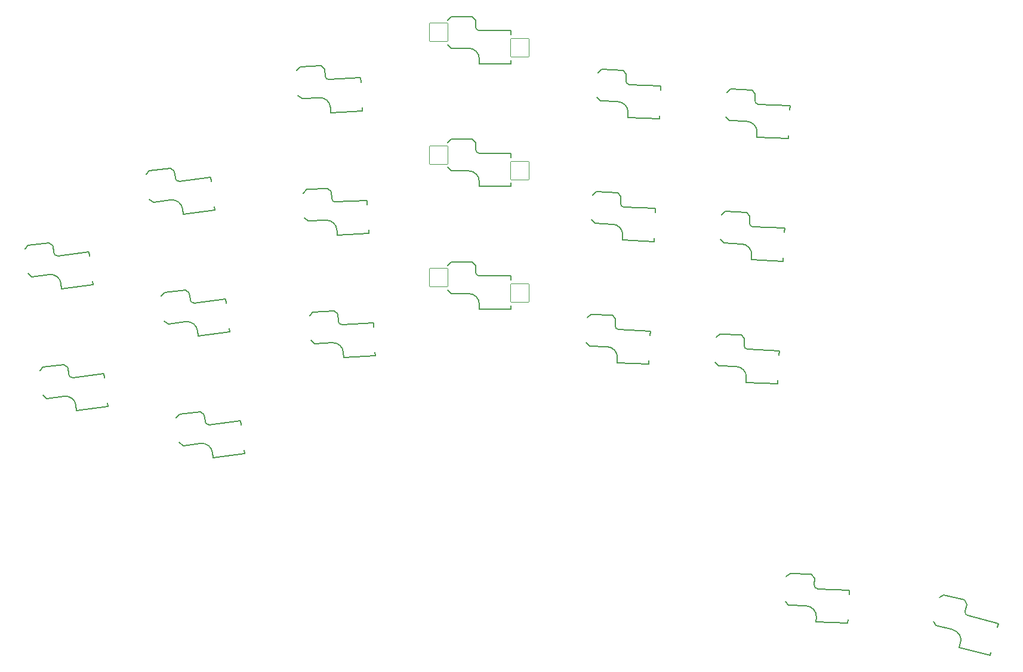
<source format=gbo>
G04 #@! TF.GenerationSoftware,KiCad,Pcbnew,8.0.5-dirty*
G04 #@! TF.CreationDate,2024-10-14T15:47:29+03:00*
G04 #@! TF.ProjectId,Kivipallur_left,4b697669-7061-46c6-9c75-725f6c656674,1*
G04 #@! TF.SameCoordinates,Original*
G04 #@! TF.FileFunction,Legend,Bot*
G04 #@! TF.FilePolarity,Positive*
%FSLAX46Y46*%
G04 Gerber Fmt 4.6, Leading zero omitted, Abs format (unit mm)*
G04 Created by KiCad (PCBNEW 8.0.5-dirty) date 2024-10-14 15:47:29*
%MOMM*%
%LPD*%
G01*
G04 APERTURE LIST*
G04 Aperture macros list*
%AMRoundRect*
0 Rectangle with rounded corners*
0 $1 Rounding radius*
0 $2 $3 $4 $5 $6 $7 $8 $9 X,Y pos of 4 corners*
0 Add a 4 corners polygon primitive as box body*
4,1,4,$2,$3,$4,$5,$6,$7,$8,$9,$2,$3,0*
0 Add four circle primitives for the rounded corners*
1,1,$1+$1,$2,$3*
1,1,$1+$1,$4,$5*
1,1,$1+$1,$6,$7*
1,1,$1+$1,$8,$9*
0 Add four rect primitives between the rounded corners*
20,1,$1+$1,$2,$3,$4,$5,0*
20,1,$1+$1,$4,$5,$6,$7,0*
20,1,$1+$1,$6,$7,$8,$9,0*
20,1,$1+$1,$8,$9,$2,$3,0*%
%AMHorizOval*
0 Thick line with rounded ends*
0 $1 width*
0 $2 $3 position (X,Y) of the first rounded end (center of the circle)*
0 $4 $5 position (X,Y) of the second rounded end (center of the circle)*
0 Add line between two ends*
20,1,$1,$2,$3,$4,$5,0*
0 Add two circle primitives to create the rounded ends*
1,1,$1,$2,$3*
1,1,$1,$4,$5*%
G04 Aperture macros list end*
%ADD10C,0.150000*%
%ADD11C,4.500000*%
%ADD12C,1.801800*%
%ADD13C,3.100000*%
%ADD14C,3.529000*%
%ADD15RoundRect,0.050000X-1.355468X-1.242057X1.242057X-1.355468X1.355468X1.242057X-1.242057X1.355468X0*%
%ADD16C,2.132000*%
%ADD17RoundRect,0.050000X-1.230182X-1.366255X1.366255X-1.230182X1.230182X1.366255X-1.366255X1.230182X0*%
%ADD18RoundRect,0.050000X-1.131880X-1.448740X1.448740X-1.131880X1.131880X1.448740X-1.448740X1.131880X0*%
%ADD19C,0.900000*%
%ADD20HorizOval,1.700000X-0.008724X-0.199810X0.008724X0.199810X0*%
%ADD21C,1.900000*%
%ADD22RoundRect,0.475000X-0.495267X-0.453829X0.453829X-0.495267X0.495267X0.453829X-0.453829X0.495267X0*%
%ADD23RoundRect,0.050000X-1.584086X-0.933098X0.933098X-1.584086X1.584086X0.933098X-0.933098X1.584086X0*%
%ADD24RoundRect,0.050000X-1.300000X-1.300000X1.300000X-1.300000X1.300000X1.300000X-1.300000X1.300000X0*%
G04 APERTURE END LIST*
D10*
X148112200Y-86239959D02*
X148589914Y-86761292D01*
X148264868Y-82743290D02*
X148786202Y-82265576D01*
X148589914Y-86761292D02*
X151087535Y-86870341D01*
X148786202Y-82265576D02*
X151783346Y-82396434D01*
X151783346Y-82396434D02*
X152261061Y-82917767D01*
X152217441Y-83916816D02*
X152261061Y-82917767D01*
X152490145Y-89133676D02*
X156985862Y-89329963D01*
X152520678Y-88434342D02*
X152490145Y-89133676D01*
X156985862Y-89329963D02*
X157007671Y-88830439D01*
X157164701Y-85233866D02*
X157190873Y-84634437D01*
X157190873Y-84634437D02*
X152695156Y-84438146D01*
X151087535Y-86870341D02*
G75*
G02*
X152520678Y-88434342I-65429J-1498572D01*
G01*
X152695156Y-84438146D02*
G75*
G02*
X152217444Y-83916816I21809J499521D01*
G01*
X149630155Y-51473081D02*
X150107869Y-51994414D01*
X149782823Y-47976412D02*
X150304157Y-47498698D01*
X150107869Y-51994414D02*
X152605490Y-52103463D01*
X150304157Y-47498698D02*
X153301301Y-47629556D01*
X153301301Y-47629556D02*
X153779016Y-48150889D01*
X153735396Y-49149938D02*
X153779016Y-48150889D01*
X154008100Y-54366798D02*
X158503817Y-54563085D01*
X154038633Y-53667464D02*
X154008100Y-54366798D01*
X158503817Y-54563085D02*
X158525626Y-54063561D01*
X158682656Y-50466988D02*
X158708828Y-49867559D01*
X158708828Y-49867559D02*
X154213111Y-49671268D01*
X152605490Y-52103463D02*
G75*
G02*
X154038633Y-53667464I-65429J-1498572D01*
G01*
X154213111Y-49671268D02*
G75*
G02*
X153735399Y-49149938I21809J499521D01*
G01*
X148871178Y-68856520D02*
X149348892Y-69377853D01*
X149023846Y-65359851D02*
X149545180Y-64882137D01*
X149348892Y-69377853D02*
X151846513Y-69486902D01*
X149545180Y-64882137D02*
X152542324Y-65012995D01*
X152542324Y-65012995D02*
X153020039Y-65534328D01*
X152976419Y-66533377D02*
X153020039Y-65534328D01*
X153249123Y-71750237D02*
X157744840Y-71946524D01*
X153279656Y-71050903D02*
X153249123Y-71750237D01*
X157744840Y-71946524D02*
X157766649Y-71447000D01*
X157923679Y-67850427D02*
X157949851Y-67250998D01*
X157949851Y-67250998D02*
X153454134Y-67054707D01*
X151846513Y-69486902D02*
G75*
G02*
X153279656Y-71050903I-65429J-1498572D01*
G01*
X153454134Y-67054707D02*
G75*
G02*
X152976422Y-66533377I21809J499521D01*
G01*
X107956944Y-65074599D02*
X108430091Y-64549117D01*
X108140120Y-68569803D02*
X108665603Y-69042950D01*
X108430091Y-64549117D02*
X111425979Y-64392109D01*
X108665603Y-69042950D02*
X111162174Y-68912110D01*
X111425979Y-64392109D02*
X111951462Y-64865256D01*
X112003798Y-65863885D02*
X111951462Y-64865256D01*
X112738625Y-70331550D02*
X112775260Y-71030591D01*
X112775260Y-71030591D02*
X117269093Y-70795079D01*
X117023114Y-66101520D02*
X112529281Y-66337032D01*
X117054515Y-66700698D02*
X117023114Y-66101520D01*
X117269093Y-70795079D02*
X117242925Y-70295764D01*
X111162174Y-68912110D02*
G75*
G02*
X112738624Y-70331550I78506J-1497944D01*
G01*
X112529281Y-66337032D02*
G75*
G02*
X112003798Y-65863885I-26168J499315D01*
G01*
X68475658Y-73023780D02*
X68910996Y-72466573D01*
X68902200Y-76497692D02*
X69459408Y-76933030D01*
X68910996Y-72466573D02*
X71888635Y-72100966D01*
X69459408Y-76933030D02*
X71940774Y-76628357D01*
X71888635Y-72100966D02*
X72445842Y-72536303D01*
X72567712Y-73528849D02*
X72445842Y-72536303D01*
X73612397Y-77934372D02*
X73697705Y-78629154D01*
X73697705Y-78629154D02*
X78164163Y-78080742D01*
X77591377Y-73415775D02*
X73124918Y-73964188D01*
X77664499Y-74011303D02*
X77591377Y-73415775D01*
X78164163Y-78080742D02*
X78103228Y-77584469D01*
X71940774Y-76628357D02*
G75*
G02*
X73612397Y-77934372I182804J-1488819D01*
G01*
X73124918Y-73964188D02*
G75*
G02*
X72567711Y-73528849I-60933J496274D01*
G01*
X167166426Y-71657213D02*
X167644140Y-72178546D01*
X167319094Y-68160544D02*
X167840428Y-67682830D01*
X167644140Y-72178546D02*
X170141761Y-72287595D01*
X167840428Y-67682830D02*
X170837572Y-67813688D01*
X170837572Y-67813688D02*
X171315287Y-68335021D01*
X171271667Y-69334070D02*
X171315287Y-68335021D01*
X171544371Y-74550930D02*
X176040088Y-74747217D01*
X171574904Y-73851596D02*
X171544371Y-74550930D01*
X176040088Y-74747217D02*
X176061897Y-74247693D01*
X176218927Y-70651120D02*
X176245099Y-70051691D01*
X176245099Y-70051691D02*
X171749382Y-69855400D01*
X170141761Y-72287595D02*
G75*
G02*
X171574904Y-73851596I-65429J-1498572D01*
G01*
X171749382Y-69855400D02*
G75*
G02*
X171271670Y-69334070I21809J499521D01*
G01*
X176335349Y-123006029D02*
X176813063Y-123527362D01*
X176488017Y-119509360D02*
X177009351Y-119031646D01*
X176813063Y-123527362D02*
X179310684Y-123636411D01*
X177009351Y-119031646D02*
X180006495Y-119162504D01*
X180006495Y-119162504D02*
X180484210Y-119683837D01*
X180440590Y-120682886D02*
X180484210Y-119683837D01*
X180713294Y-125899746D02*
X185209011Y-126096033D01*
X180743827Y-125200412D02*
X180713294Y-125899746D01*
X185209011Y-126096033D02*
X185230820Y-125596509D01*
X185387850Y-121999936D02*
X185414022Y-121400507D01*
X185414022Y-121400507D02*
X180918305Y-121204216D01*
X179310684Y-123636411D02*
G75*
G02*
X180743827Y-125200412I-65429J-1498572D01*
G01*
X180918305Y-121204216D02*
G75*
G02*
X180440593Y-120682886I21809J499521D01*
G01*
X70596185Y-90294083D02*
X71031523Y-89736876D01*
X71022727Y-93767995D02*
X71579935Y-94203333D01*
X71031523Y-89736876D02*
X74009162Y-89371269D01*
X71579935Y-94203333D02*
X74061301Y-93898660D01*
X74009162Y-89371269D02*
X74566369Y-89806606D01*
X74688239Y-90799152D02*
X74566369Y-89806606D01*
X75732924Y-95204675D02*
X75818232Y-95899457D01*
X75818232Y-95899457D02*
X80284690Y-95351045D01*
X79711904Y-90686078D02*
X75245445Y-91234491D01*
X79785026Y-91281606D02*
X79711904Y-90686078D01*
X80284690Y-95351045D02*
X80223755Y-94854772D01*
X74061301Y-93898660D02*
G75*
G02*
X75732924Y-95204675I182804J-1488819D01*
G01*
X75245445Y-91234491D02*
G75*
G02*
X74688238Y-90799152I-60933J496274D01*
G01*
X107046298Y-47698445D02*
X107519445Y-47172963D01*
X107229474Y-51193649D02*
X107754957Y-51666796D01*
X107519445Y-47172963D02*
X110515333Y-47015955D01*
X107754957Y-51666796D02*
X110251528Y-51535956D01*
X110515333Y-47015955D02*
X111040816Y-47489102D01*
X111093152Y-48487731D02*
X111040816Y-47489102D01*
X111827979Y-52955396D02*
X111864614Y-53654437D01*
X111864614Y-53654437D02*
X116358447Y-53418925D01*
X116112468Y-48725366D02*
X111618635Y-48960878D01*
X116143869Y-49324544D02*
X116112468Y-48725366D01*
X116358447Y-53418925D02*
X116332279Y-52919610D01*
X110251528Y-51535956D02*
G75*
G02*
X111827978Y-52955396I78506J-1497944D01*
G01*
X111618635Y-48960878D02*
G75*
G02*
X111093152Y-48487731I-26168J499315D01*
G01*
X85714805Y-62443996D02*
X86150143Y-61886789D01*
X86141347Y-65917908D02*
X86698555Y-66353246D01*
X86150143Y-61886789D02*
X89127782Y-61521182D01*
X86698555Y-66353246D02*
X89179921Y-66048573D01*
X89127782Y-61521182D02*
X89684989Y-61956519D01*
X89806859Y-62949065D02*
X89684989Y-61956519D01*
X90851544Y-67354588D02*
X90936852Y-68049370D01*
X90936852Y-68049370D02*
X95403310Y-67500958D01*
X94830524Y-62835991D02*
X90364065Y-63384404D01*
X94903646Y-63431519D02*
X94830524Y-62835991D01*
X95403310Y-67500958D02*
X95342375Y-67004685D01*
X89179921Y-66048573D02*
G75*
G02*
X90851544Y-67354588I182804J-1488819D01*
G01*
X90364065Y-63384404D02*
G75*
G02*
X89806858Y-62949065I-60933J496274D01*
G01*
X166407449Y-89040652D02*
X166885163Y-89561985D01*
X166560117Y-85543983D02*
X167081451Y-85066269D01*
X166885163Y-89561985D02*
X169382784Y-89671034D01*
X167081451Y-85066269D02*
X170078595Y-85197127D01*
X170078595Y-85197127D02*
X170556310Y-85718460D01*
X170512690Y-86717509D02*
X170556310Y-85718460D01*
X170785394Y-91934369D02*
X175281111Y-92130656D01*
X170815927Y-91235035D02*
X170785394Y-91934369D01*
X175281111Y-92130656D02*
X175302920Y-91631132D01*
X175459950Y-88034559D02*
X175486122Y-87435130D01*
X175486122Y-87435130D02*
X170990405Y-87238839D01*
X169382784Y-89671034D02*
G75*
G02*
X170815927Y-91235035I-65429J-1498572D01*
G01*
X170990405Y-87238839D02*
G75*
G02*
X170512693Y-86717509I21809J499521D01*
G01*
X87835332Y-79714299D02*
X88270670Y-79157092D01*
X88261874Y-83188211D02*
X88819082Y-83623549D01*
X88270670Y-79157092D02*
X91248309Y-78791485D01*
X88819082Y-83623549D02*
X91300448Y-83318876D01*
X91248309Y-78791485D02*
X91805516Y-79226822D01*
X91927386Y-80219368D02*
X91805516Y-79226822D01*
X92972071Y-84624891D02*
X93057379Y-85319673D01*
X93057379Y-85319673D02*
X97523837Y-84771261D01*
X96951051Y-80106294D02*
X92484592Y-80654707D01*
X97024173Y-80701822D02*
X96951051Y-80106294D01*
X97523837Y-84771261D02*
X97462902Y-84274988D01*
X91300448Y-83318876D02*
G75*
G02*
X92972071Y-84624891I182804J-1488819D01*
G01*
X92484592Y-80654707D02*
G75*
G02*
X91927385Y-80219368I-60933J496274D01*
G01*
X197350357Y-125801308D02*
X197709242Y-126410572D01*
X197709242Y-126410572D02*
X200129610Y-127036522D01*
X198226687Y-122412791D02*
X198835951Y-122053907D01*
X198835951Y-122053907D02*
X201740393Y-122805047D01*
X201030995Y-129542017D02*
X205387659Y-130668729D01*
X201206261Y-128864313D02*
X201030995Y-129542017D01*
X201740393Y-122805047D02*
X202099277Y-123414311D01*
X201848897Y-124382459D02*
X202099277Y-123414311D01*
X205387659Y-130668729D02*
X205512849Y-130184653D01*
X206414218Y-126699321D02*
X206564446Y-126118433D01*
X206564446Y-126118433D02*
X202207781Y-124991723D01*
X200129610Y-127036522D02*
G75*
G02*
X201206261Y-128864313I-375570J-1452221D01*
G01*
X202207781Y-124991723D02*
G75*
G02*
X201848897Y-124382459I125190J484074D01*
G01*
X128427095Y-75323200D02*
X128927095Y-74823200D01*
X128427095Y-78823200D02*
X128927095Y-79323200D01*
X128927095Y-74823200D02*
X131927095Y-74823200D01*
X128927095Y-79323200D02*
X131427095Y-79323200D01*
X131927095Y-74823200D02*
X132427095Y-75323200D01*
X132427095Y-76323200D02*
X132427095Y-75323200D01*
X132927095Y-80823200D02*
X132927095Y-81523200D01*
X132927095Y-81523200D02*
X137427095Y-81523200D01*
X137427095Y-76823200D02*
X132927095Y-76823200D01*
X137427095Y-77423200D02*
X137427095Y-76823200D01*
X137427095Y-81523200D02*
X137427095Y-81023200D01*
X131427095Y-79323200D02*
G75*
G02*
X132927095Y-80823200I0J-1500000D01*
G01*
X132927095Y-76823200D02*
G75*
G02*
X132427095Y-76323200I0J500000D01*
G01*
X89955858Y-96984602D02*
X90391196Y-96427395D01*
X90382400Y-100458514D02*
X90939608Y-100893852D01*
X90391196Y-96427395D02*
X93368835Y-96061788D01*
X90939608Y-100893852D02*
X93420974Y-100589179D01*
X93368835Y-96061788D02*
X93926042Y-96497125D01*
X94047912Y-97489671D02*
X93926042Y-96497125D01*
X95092597Y-101895194D02*
X95177905Y-102589976D01*
X95177905Y-102589976D02*
X99644363Y-102041564D01*
X99071577Y-97376597D02*
X94605118Y-97925010D01*
X99144699Y-97972125D02*
X99071577Y-97376597D01*
X99644363Y-102041564D02*
X99583428Y-101545291D01*
X93420974Y-100589179D02*
G75*
G02*
X95092597Y-101895194I182804J-1488819D01*
G01*
X94605118Y-97925010D02*
G75*
G02*
X94047911Y-97489671I-60933J496274D01*
G01*
X128427095Y-40523200D02*
X128927095Y-40023200D01*
X128427095Y-44023200D02*
X128927095Y-44523200D01*
X128927095Y-40023200D02*
X131927095Y-40023200D01*
X128927095Y-44523200D02*
X131427095Y-44523200D01*
X131927095Y-40023200D02*
X132427095Y-40523200D01*
X132427095Y-41523200D02*
X132427095Y-40523200D01*
X132927095Y-46023200D02*
X132927095Y-46723200D01*
X132927095Y-46723200D02*
X137427095Y-46723200D01*
X137427095Y-42023200D02*
X132927095Y-42023200D01*
X137427095Y-42623200D02*
X137427095Y-42023200D01*
X137427095Y-46723200D02*
X137427095Y-46223200D01*
X131427095Y-44523200D02*
G75*
G02*
X132927095Y-46023200I0J-1500000D01*
G01*
X132927095Y-42023200D02*
G75*
G02*
X132427095Y-41523200I0J500000D01*
G01*
X108867589Y-82450753D02*
X109340736Y-81925271D01*
X109050765Y-85945957D02*
X109576248Y-86419104D01*
X109340736Y-81925271D02*
X112336624Y-81768263D01*
X109576248Y-86419104D02*
X112072819Y-86288264D01*
X112336624Y-81768263D02*
X112862107Y-82241410D01*
X112914443Y-83240039D02*
X112862107Y-82241410D01*
X113649270Y-87707704D02*
X113685905Y-88406745D01*
X113685905Y-88406745D02*
X118179738Y-88171233D01*
X117933759Y-83477674D02*
X113439926Y-83713186D01*
X117965160Y-84076852D02*
X117933759Y-83477674D01*
X118179738Y-88171233D02*
X118153570Y-87671918D01*
X112072819Y-86288264D02*
G75*
G02*
X113649269Y-87707704I78506J-1497944D01*
G01*
X113439926Y-83713186D02*
G75*
G02*
X112914443Y-83240039I-26168J499315D01*
G01*
X167925404Y-54273774D02*
X168403118Y-54795107D01*
X168078072Y-50777105D02*
X168599406Y-50299391D01*
X168403118Y-54795107D02*
X170900739Y-54904156D01*
X168599406Y-50299391D02*
X171596550Y-50430249D01*
X171596550Y-50430249D02*
X172074265Y-50951582D01*
X172030645Y-51950631D02*
X172074265Y-50951582D01*
X172303349Y-57167491D02*
X176799066Y-57363778D01*
X172333882Y-56468157D02*
X172303349Y-57167491D01*
X176799066Y-57363778D02*
X176820875Y-56864254D01*
X176977905Y-53267681D02*
X177004077Y-52668252D01*
X177004077Y-52668252D02*
X172508360Y-52471961D01*
X170900739Y-54904156D02*
G75*
G02*
X172333882Y-56468157I-65429J-1498572D01*
G01*
X172508360Y-52471961D02*
G75*
G02*
X172030648Y-51950631I21809J499521D01*
G01*
X128427095Y-57923200D02*
X128927095Y-57423200D01*
X128427095Y-61423200D02*
X128927095Y-61923200D01*
X128927095Y-57423200D02*
X131927095Y-57423200D01*
X128927095Y-61923200D02*
X131427095Y-61923200D01*
X131927095Y-57423200D02*
X132427095Y-57923200D01*
X132427095Y-58923200D02*
X132427095Y-57923200D01*
X132927095Y-63423200D02*
X132927095Y-64123200D01*
X132927095Y-64123200D02*
X137427095Y-64123200D01*
X137427095Y-59423200D02*
X132927095Y-59423200D01*
X137427095Y-60023200D02*
X137427095Y-59423200D01*
X137427095Y-64123200D02*
X137427095Y-63623200D01*
X131427095Y-61923200D02*
G75*
G02*
X132927095Y-63423200I0J-1500000D01*
G01*
X132927095Y-59423200D02*
G75*
G02*
X132427095Y-58923200I0J500000D01*
G01*
%LPC*%
D11*
X75164907Y-111092323D03*
D12*
X144432330Y-90283293D03*
D13*
X150186630Y-84578863D03*
D14*
X149927095Y-90523200D03*
D13*
X155085909Y-86994866D03*
D12*
X155421860Y-90763107D03*
D15*
X146914747Y-84436010D03*
D16*
X149669741Y-96417585D03*
X144766100Y-94101486D03*
D15*
X158357792Y-87137720D03*
D12*
X145950285Y-55516415D03*
D13*
X151704585Y-49811985D03*
D14*
X151445050Y-55756322D03*
D13*
X156603864Y-52227988D03*
D12*
X156939815Y-55996229D03*
D15*
X148432702Y-49669132D03*
D16*
X151187696Y-61650707D03*
X146284055Y-59334608D03*
D15*
X159875747Y-52370842D03*
D11*
X130427095Y-96023200D03*
D12*
X145191308Y-72899854D03*
D13*
X150945608Y-67195424D03*
D14*
X150686073Y-73139761D03*
D13*
X155844887Y-69611427D03*
D12*
X156180838Y-73379668D03*
D15*
X147673725Y-67052571D03*
D16*
X150428719Y-79034146D03*
X145525078Y-76718047D03*
D15*
X159116770Y-69754281D03*
D12*
X104864728Y-72947223D03*
D13*
X110045791Y-66717529D03*
D14*
X110357190Y-72659375D03*
D13*
X115154078Y-68652834D03*
D12*
X115849652Y-72371527D03*
D17*
X106775279Y-66888930D03*
D16*
X110665972Y-78551289D03*
X105562919Y-76715847D03*
D17*
X118424590Y-68481434D03*
D12*
X65940140Y-81092928D03*
D13*
X70674021Y-74516997D03*
D14*
X71399144Y-80422647D03*
D13*
X75904865Y-76091252D03*
D12*
X76858148Y-79752366D03*
D18*
X67423433Y-74916119D03*
D16*
X72118173Y-86278669D03*
X66899517Y-84803669D03*
D18*
X79155453Y-75692130D03*
D12*
X163486556Y-75700547D03*
D13*
X169240856Y-69996117D03*
D14*
X168981321Y-75940454D03*
D13*
X174140135Y-72412120D03*
D12*
X174476086Y-76180361D03*
D15*
X165968973Y-69853264D03*
D16*
X168723967Y-81834839D03*
X163820326Y-79518740D03*
D15*
X177412018Y-72554974D03*
D12*
X172655479Y-127049363D03*
D13*
X178409779Y-121344933D03*
D14*
X178150244Y-127289270D03*
D13*
X183309058Y-123760936D03*
D12*
X183645009Y-127529177D03*
D15*
X175137896Y-121202080D03*
D16*
X177892890Y-133183655D03*
X172989249Y-130867556D03*
D15*
X186580941Y-123903790D03*
D12*
X68060667Y-98363231D03*
D13*
X72794548Y-91787300D03*
D14*
X73519671Y-97692950D03*
D13*
X78025392Y-93361555D03*
D12*
X78978675Y-97022669D03*
D18*
X69543960Y-92186422D03*
D16*
X74238700Y-103548972D03*
X69020044Y-102073972D03*
D18*
X81275980Y-92962433D03*
D12*
X103954082Y-55571069D03*
D13*
X109135145Y-49341375D03*
D14*
X109446544Y-55283221D03*
D13*
X114243432Y-51276680D03*
D12*
X114939006Y-54995373D03*
D17*
X105864633Y-49512776D03*
D16*
X109755326Y-61175135D03*
X104652273Y-59339693D03*
D17*
X117513944Y-51105280D03*
D19*
X209102838Y-49904053D03*
X208797502Y-56897391D03*
D20*
X211200000Y-54600000D03*
X211330858Y-51602855D03*
X206381919Y-59494496D03*
X211025522Y-58596192D03*
D21*
X184596615Y-50610917D03*
X184485822Y-53148499D03*
D22*
X184375029Y-55686082D03*
X184264236Y-58223664D03*
D21*
X184153442Y-60761247D03*
X184042649Y-63298829D03*
X183931856Y-65836412D03*
X183821063Y-68373994D03*
X183710269Y-70911576D03*
X183599476Y-73449159D03*
X183488683Y-75986741D03*
X183377890Y-78524324D03*
X199822110Y-51275676D03*
D22*
X199711317Y-53813259D03*
D21*
X199600524Y-56350841D03*
X199489731Y-58888424D03*
X199378937Y-61426006D03*
X199268144Y-63963588D03*
X199157351Y-66501171D03*
X199046558Y-69038753D03*
X198935764Y-71576336D03*
X198824971Y-74113918D03*
X198714178Y-76651501D03*
X198603385Y-79189083D03*
X185915472Y-78635117D03*
X188453055Y-78745910D03*
X190990637Y-78856704D03*
X193528220Y-78967497D03*
X196065802Y-79078290D03*
X199932904Y-48738094D03*
X184707409Y-48073334D03*
D12*
X83179287Y-70513144D03*
D13*
X87913168Y-63937213D03*
D14*
X88638291Y-69842863D03*
D13*
X93144012Y-65511468D03*
D12*
X94097295Y-69172582D03*
D18*
X84662580Y-64336335D03*
D16*
X89357320Y-75698885D03*
X84138664Y-74223885D03*
D18*
X96394600Y-65112346D03*
D11*
X152033912Y-42269171D03*
D12*
X162727579Y-93083986D03*
D13*
X168481879Y-87379556D03*
D14*
X168222344Y-93323893D03*
D13*
X173381158Y-89795559D03*
D12*
X173717109Y-93563800D03*
D15*
X165209996Y-87236703D03*
D16*
X167964990Y-99218278D03*
X163061349Y-96902179D03*
D15*
X176653041Y-89938413D03*
D12*
X85299814Y-87783447D03*
D13*
X90033695Y-81207516D03*
D14*
X90758818Y-87113166D03*
D13*
X95264539Y-82781771D03*
D12*
X96217822Y-86442885D03*
D18*
X86783107Y-81606638D03*
D16*
X91477847Y-92969188D03*
X86259191Y-91494188D03*
D18*
X98515127Y-82382649D03*
D12*
X192910244Y-128991198D03*
D13*
X199724817Y-124607810D03*
D14*
X198235056Y-130368288D03*
D13*
X204014719Y-127989634D03*
D12*
X203559868Y-131745378D03*
D23*
X196554134Y-123787815D03*
D16*
X196757814Y-136080359D03*
X192442874Y-132795349D03*
D23*
X207185403Y-128809629D03*
D11*
X69753908Y-67023274D03*
D12*
X124927095Y-83023200D03*
D13*
X130427095Y-77073200D03*
D14*
X130427095Y-83023200D03*
D13*
X135427095Y-79273200D03*
D12*
X135927095Y-83023200D03*
D24*
X127152095Y-77073200D03*
D16*
X130427095Y-88923200D03*
X125427095Y-86823200D03*
D24*
X138702095Y-79273200D03*
D11*
X104980863Y-129092845D03*
D12*
X87420340Y-105053750D03*
D13*
X92154221Y-98477819D03*
D14*
X92879344Y-104383469D03*
D13*
X97385065Y-100052074D03*
D12*
X98338348Y-103713188D03*
D18*
X88903633Y-98876941D03*
D16*
X93598373Y-110239491D03*
X88379717Y-108764491D03*
D18*
X100635653Y-99652952D03*
D11*
X108766176Y-42301037D03*
X208943250Y-77685230D03*
D12*
X124927095Y-48223200D03*
D13*
X130427095Y-42273200D03*
D14*
X130427095Y-48223200D03*
D13*
X135427095Y-44473200D03*
D12*
X135927095Y-48223200D03*
D24*
X127152095Y-42273200D03*
D16*
X130427095Y-54123200D03*
X125427095Y-52023200D03*
D24*
X138702095Y-44473200D03*
D12*
X105775373Y-90323377D03*
D13*
X110956436Y-84093683D03*
D14*
X111267835Y-90035529D03*
D13*
X116064723Y-86028988D03*
D12*
X116760297Y-89747681D03*
D17*
X107685924Y-84265084D03*
D16*
X111576617Y-95927443D03*
X106473564Y-94092001D03*
D17*
X119335235Y-85857588D03*
D11*
X189706827Y-114781456D03*
D12*
X164245534Y-58317108D03*
D13*
X169999834Y-52612678D03*
D14*
X169740299Y-58557015D03*
D13*
X174899113Y-55028681D03*
D12*
X175235064Y-58796922D03*
D15*
X166727951Y-52469825D03*
D16*
X169482945Y-64451400D03*
X164579304Y-62135301D03*
D15*
X178170996Y-55171535D03*
D12*
X124927095Y-65623200D03*
D13*
X130427095Y-59673200D03*
D14*
X130427095Y-65623200D03*
D13*
X135427095Y-61873200D03*
D12*
X135927095Y-65623200D03*
D24*
X127152095Y-59673200D03*
D16*
X130427095Y-71523200D03*
X125427095Y-69423200D03*
D24*
X138702095Y-61873200D03*
%LPD*%
M02*

</source>
